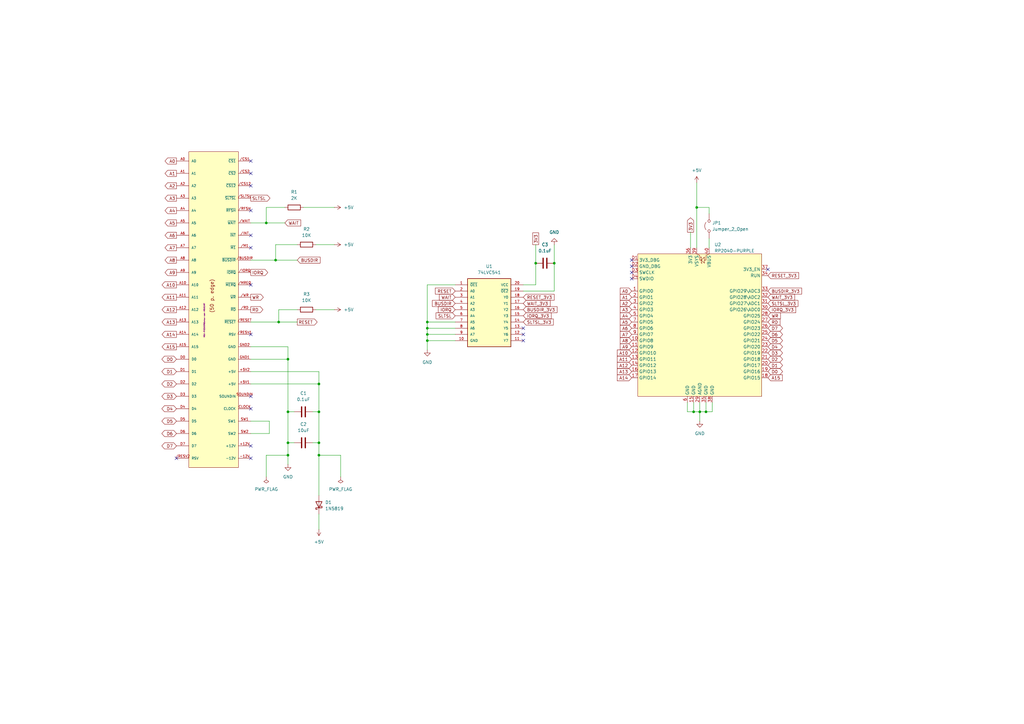
<source format=kicad_sch>
(kicad_sch (version 20231120) (generator "eeschema") (generator_version "8.0")
  (paper "A3")
  (title_block (title "MSX PicoVerse 2040") (date "2024-12-14") (rev "1.1") (company "The Retro Hacker") (comment 1 "Version connecting Pico GPIO pins directly to 5V") (comment 2 "Based on the ALIEXPRESS RP2040-PURPLE board") (comment 3 "The MSX experience driven by the RaspBerry Pico") (comment 4 "MSX PicoVerse 2040"))
  (lib_symbols
    (symbol "74LVC541AD_112:74LVC541AD_112" (pin_names (offset 1.016))
      (property "Reference" "IC" (at 24.13 7.62 0))
      (property "Value" "74LVC541AD_112" (at 24.13 5.08 0))
      (symbol "74LVC541AD_112_0_0"
        (rectangle (start 5.08 2.54) (end 22.86 -25.4) (stroke (width 0.254)) (fill (type background)))
        (pin bidirectional line (at 27.94 -22.86 180) (length 5.08) (name "Y7") (number "11"))
        (pin bidirectional line (at 27.94 -20.32 180) (length 5.08) (name "Y6") (number "12"))
        (pin bidirectional line (at 27.94 -17.78 180) (length 5.08) (name "Y5") (number "13"))
        (pin bidirectional line (at 27.94 -15.24 180) (length 5.08) (name "Y4") (number "14"))
        (pin bidirectional line (at 27.94 -12.7 180) (length 5.08) (name "Y3") (number "15"))
        (pin bidirectional line (at 27.94 -10.16 180) (length 5.08) (name "Y2") (number "16"))
        (pin bidirectional line (at 27.94 -7.62 180) (length 5.08) (name "Y1") (number "17"))
        (pin bidirectional line (at 27.94 -5.08 180) (length 5.08) (name "Y0") (number "18"))
        (pin bidirectional line (at 0 -2.54 0) (length 5.08) (name "A0") (number "2"))
        (pin bidirectional line (at 0 -5.08 0) (length 5.08) (name "A1") (number "3"))
        (pin bidirectional line (at 0 -7.62 0) (length 5.08) (name "A2") (number "4"))
        (pin bidirectional line (at 0 -10.16 0) (length 5.08) (name "A3") (number "5"))
        (pin bidirectional line (at 0 -12.7 0) (length 5.08) (name "A4") (number "6"))
        (pin bidirectional line (at 0 -15.24 0) (length 5.08) (name "A5") (number "7"))
        (pin bidirectional line (at 0 -17.78 0) (length 5.08) (name "A6") (number "8"))
        (pin bidirectional line (at 0 -20.32 0) (length 5.08) (name "A7") (number "9"))
      )
      (symbol "74LVC541AD_112_1_0"
        (pin passive line (at 0 0 0) (length 5.08) (name "~{OE1}") (number "1"))
        (pin power_in line (at 0 -22.86 0) (length 5.08) (name "GND") (number "10"))
        (pin passive line (at 27.94 -2.54 180) (length 5.08) (name "~{OE2}") (number "19"))
        (pin power_in line (at 27.94 0 180) (length 5.08) (name "VCC") (number "20"))
      )
    )
    (symbol "Device:C" (pin_numbers hide) (pin_names (offset 0.254))
      (property "Reference" "C" (at 0.635 2.54 0))
      (property "Value" "C" (at 0.635 -2.54 0))
      (symbol "C_0_1"
        (polyline (pts (xy -2.032 -0.762) (xy 2.032 -0.762)) (stroke (width 0.508)))
        (polyline (pts (xy -2.032 0.762) (xy 2.032 0.762)) (stroke (width 0.508)))
      )
      (symbol "C_1_1"
        (pin passive line (at 0 3.81 270) (length 2.794) (name "~") (number "1"))
        (pin passive line (at 0 -3.81 90) (length 2.794) (name "~") (number "2"))
      )
    )
    (symbol "Device:D_Schottky" (pin_numbers hide) (pin_names (offset 1.016) hide)
      (property "Reference" "D" (at 0 2.54 0))
      (property "Value" "D_Schottky" (at 0 -2.54 0))
      (symbol "D_Schottky_0_1"
        (polyline (pts (xy 1.27 0) (xy -1.27 0)))
        (polyline (pts (xy 1.27 1.27) (xy 1.27 -1.27) (xy -1.27 0) (xy 1.27 1.27)) (stroke (width 0.254)))
        (polyline (pts (xy -1.905 0.635) (xy -1.905 1.27) (xy -1.27 1.27) (xy -1.27 -1.27) (xy -0.635 -1.27) (xy -0.635 -0.635)) (stroke (width 0.254)))
      )
      (symbol "D_Schottky_1_1"
        (pin passive line (at -3.81 0 0) (length 2.54) (name "K") (number "1"))
        (pin passive line (at 3.81 0 180) (length 2.54) (name "A") (number "2"))
      )
    )
    (symbol "Device:R" (pin_numbers hide) (pin_names (offset 0))
      (property "Reference" "R" (at 2.032 0 90))
      (property "Value" "R" (at 0 0 90))
      (symbol "R_0_1"
        (rectangle (start -1.016 -2.54) (end 1.016 2.54) (stroke (width 0.254)))
      )
      (symbol "R_1_1"
        (pin passive line (at 0 3.81 270) (length 1.27) (name "~") (number "1"))
        (pin passive line (at 0 -3.81 90) (length 1.27) (name "~") (number "2"))
      )
    )
    (symbol "Jumper:Jumper_2_Open" (pin_numbers hide) (pin_names (offset 0) hide) (exclude_from_sim yes)
      (property "Reference" "JP" (at 0 2.794 0))
      (property "Value" "Jumper_2_Open" (at 0 -2.286 0))
      (symbol "Jumper_2_Open_0_0"
        (circle (center -2.032 0) (radius 0.508))
        (circle (center 2.032 0) (radius 0.508))
      )
      (symbol "Jumper_2_Open_0_1"
        (arc (start 1.524 1.27) (mid 0 1.778) (end -1.524 1.27))
      )
      (symbol "Jumper_2_Open_1_1"
        (pin passive line (at -5.08 0 0) (length 2.54) (name "A") (number "1"))
        (pin passive line (at 5.08 0 180) (length 2.54) (name "B") (number "2"))
      )
    )
    (symbol "RP2040-PURPLE:RP2040-PURPLE"
      (property "Reference" "U" (at 0 0 0))
      (symbol "RP2040-PURPLE_0_1"
        (polyline (pts (xy -1.27 27.94) (xy 0 27.305) (xy 0 25.4) (xy 0.635 25.4)))
        (polyline (pts (xy 0.635 25.4) (xy 1.905 26.67) (xy 1.905 24.13) (xy 0.635 25.4)))
        (polyline (pts (xy 3.81 27.94) (xy 2.54 27.305) (xy 2.54 25.4) (xy 1.905 25.4)))
        (polyline (pts (xy 0.381 26.416) (xy 0.381 26.67) (xy 0.635 26.67) (xy 0.635 24.13) (xy 0.889 24.13) (xy 0.889 24.384)))
      )
      (symbol "RP2040-PURPLE_1_1"
        (rectangle (start -25.4 27.94) (end 25.4 -30.48) (fill (type background)))
        (pin bidirectional line (at -27.94 12.7 0) (length 2.54) (name "GPIO0") (number "1"))
        (pin bidirectional line (at -27.94 -7.62 0) (length 2.54) (name "GPIO8") (number "10"))
        (pin bidirectional line (at -27.94 -10.16 0) (length 2.54) (name "GPIO9") (number "11"))
        (pin bidirectional line (at -27.94 -12.7 0) (length 2.54) (name "GPIO10") (number "12"))
        (pin bidirectional line (at -27.94 -15.24 0) (length 2.54) (name "GPIO11") (number "13"))
        (pin bidirectional line (at -27.94 -17.78 0) (length 2.54) (name "GPIO12") (number "14"))
        (pin power_in line (at -2.54 -33.02 90) (length 2.54) (name "GND") (number "15"))
        (pin bidirectional line (at -27.94 -20.32 0) (length 2.54) (name "GPIO13") (number "16"))
        (pin bidirectional line (at -27.94 -22.86 0) (length 2.54) (name "GPIO14") (number "17"))
        (pin bidirectional line (at 27.94 -22.86 180) (length 2.54) (name "GPIO15") (number "18"))
        (pin bidirectional line (at 27.94 -20.32 180) (length 2.54) (name "GPIO16") (number "19"))
        (pin bidirectional line (at -27.94 10.16 0) (length 2.54) (name "GPIO1") (number "2"))
        (pin bidirectional line (at 27.94 -17.78 180) (length 2.54) (name "GPIO17") (number "20"))
        (pin bidirectional line (at 27.94 -15.24 180) (length 2.54) (name "GPIO18") (number "21"))
        (pin bidirectional line (at 27.94 -12.7 180) (length 2.54) (name "GPIO19") (number "22"))
        (pin bidirectional line (at 27.94 -10.16 180) (length 2.54) (name "GPIO20") (number "23"))
        (pin bidirectional line (at 27.94 -7.62 180) (length 2.54) (name "GPIO21") (number "24"))
        (pin bidirectional line (at 27.94 -5.08 180) (length 2.54) (name "GPIO22") (number "25"))
        (pin bidirectional line (at 27.94 -2.54 180) (length 2.54) (name "GPIO23") (number "26"))
        (pin bidirectional line (at 27.94 0 180) (length 2.54) (name "GPIO24") (number "27"))
        (pin bidirectional line (at 27.94 2.54 180) (length 2.54) (name "GPIO25") (number "28"))
        (pin power_in line (at 0 -33.02 90) (length 2.54) (name "AGND") (number "29"))
        (pin bidirectional line (at -27.94 7.62 0) (length 2.54) (name "GPIO2") (number "3"))
        (pin bidirectional line (at 27.94 5.08 180) (length 2.54) (name "GPIO26\\ADC0") (number "30"))
        (pin bidirectional line (at 27.94 7.62 180) (length 2.54) (name "GPIO27\\ADC1") (number "31"))
        (pin bidirectional line (at 27.94 10.16 180) (length 2.54) (name "GPIO28\\ADC2") (number "32"))
        (pin bidirectional line (at 27.94 12.7 180) (length 2.54) (name "GPIO29\\ADC3") (number "33"))
        (pin input line (at 27.94 19.05 180) (length 2.54) (name "RUN") (number "34"))
        (pin power_in line (at 2.54 -33.02 90) (length 2.54) (name "GND") (number "35"))
        (pin power_out line (at -3.81 30.48 270) (length 2.54) (name "3V3") (number "36"))
        (pin input line (at 27.94 21.59 180) (length 2.54) (name "3V3_EN") (number "37"))
        (pin power_in line (at 5.08 -33.02 90) (length 2.54) (name "GND") (number "38"))
        (pin power_in line (at -1.27 30.48 270) (length 2.54) (name "VSYS") (number "39"))
        (pin bidirectional line (at -27.94 5.08 0) (length 2.54) (name "GPIO3") (number "4"))
        (pin power_out line (at 3.81 30.48 270) (length 2.54) (name "VBUS") (number "40"))
        (pin bidirectional line (at -27.94 2.54 0) (length 2.54) (name "GPIO4") (number "5"))
        (pin power_in line (at -5.08 -33.02 90) (length 2.54) (name "GND") (number "6"))
        (pin bidirectional line (at -27.94 0 0) (length 2.54) (name "GPIO5") (number "7"))
        (pin bidirectional line (at -27.94 -2.54 0) (length 2.54) (name "GPIO6") (number "8"))
        (pin bidirectional line (at -27.94 -5.08 0) (length 2.54) (name "GPIO7") (number "9"))
        (pin power_out line (at -27.94 25.4 0) (length 2.54) (name "3V3_DBG") (number "D1"))
        (pin power_in line (at -27.94 22.86 0) (length 2.54) (name "GND_DBG") (number "D2"))
        (pin input line (at -27.94 20.32 0) (length 2.54) (name "SWCLK") (number "D3"))
        (pin bidirectional line (at -27.94 17.78 0) (length 2.54) (name "SWDIO") (number "D4"))
      )
    )
    (symbol "msx-con:MSX_CON" (pin_names (offset 1.016))
      (symbol "MSX_CON_1_0"
        (rectangle (start -59.69 10.16) (end 69.85 -10.16) (fill (type background)))
        (text "(50 p. edge)" (at 10.7442 0.7112 0) (effects (font (size 1.4224 1.4224))))
      )
      (symbol "MSX_CON_1_1"
        (pin power_out line (at -50.8 -15.24 90) (length 5.08) (name "+12V") (number "+12V"))
        (pin power_in line (at -25.4 -15.24 90) (length 5.08) (name "+5V") (number "+5V1"))
        (pin power_in line (at -20.32 -15.24 90) (length 5.08) (name "+5V") (number "+5V2"))
        (pin power_out line (at -55.88 -15.24 90) (length 5.08) (name "-12V") (number "-12V"))
        (pin input line (at 25.4 -15.24 90) (length 5.08) (name "~{BUSDIR}") (number "/BUSDIR"))
        (pin output line (at 66.04 -15.24 90) (length 5.08) (name "~{CS1}") (number "/CS1"))
        (pin output line (at 55.88 -15.24 90) (length 5.08) (name "~{CS12}") (number "/CS12"))
        (pin output line (at 60.96 -15.24 90) (length 5.08) (name "~{CS2}") (number "/CS2"))
        (pin input line (at 35.56 -15.24 90) (length 5.08) (name "~{INT}") (number "/INT"))
        (pin output line (at 20.32 -15.24 90) (length 5.08) (name "~{IORQ}") (number "/IORQ"))
        (pin output line (at 30.48 -15.24 90) (length 5.08) (name "~{M1}") (number "/M1"))
        (pin output line (at 15.24 -15.24 90) (length 5.08) (name "~{MERQ}") (number "/MREQ"))
        (pin output line (at 5.08 -15.24 90) (length 5.08) (name "~{RD}") (number "/RD"))
        (pin output line (at 0 -15.24 90) (length 5.08) (name "~{RESET}") (number "/RESET"))
        (pin unspecified line (at -5.08 -15.24 90) (length 5.08) (name "RSV") (number "/RESV1"))
        (pin unspecified line (at -55.88 15.24 270) (length 5.08) (name "RSV") (number "/RESV2"))
        (pin output line (at 45.72 -15.24 90) (length 5.08) (name "~{RFSH}") (number "/RFSH"))
        (pin output line (at 50.8 -15.24 90) (length 5.08) (name "~{SLTSL}") (number "/SLTSL"))
        (pin input line (at 40.64 -15.24 90) (length 5.08) (name "~{WAIT}") (number "/WAIT"))
        (pin output line (at 10.16 -15.24 90) (length 5.08) (name "~{WR}") (number "/WR"))
        (pin output line (at 66.04 15.24 270) (length 5.08) (name "A0") (number "A0"))
        (pin output line (at 60.96 15.24 270) (length 5.08) (name "A1") (number "A1"))
        (pin output line (at 15.24 15.24 270) (length 5.08) (name "A10") (number "A10"))
        (pin output line (at 10.16 15.24 270) (length 5.08) (name "A11") (number "A11"))
        (pin output line (at 5.08 15.24 270) (length 5.08) (name "A12") (number "A12"))
        (pin output line (at 0 15.24 270) (length 5.08) (name "A13") (number "A13"))
        (pin output line (at -5.08 15.24 270) (length 5.08) (name "A14") (number "A14"))
        (pin output line (at -10.16 15.24 270) (length 5.08) (name "A15") (number "A15"))
        (pin output line (at 55.88 15.24 270) (length 5.08) (name "A2") (number "A2"))
        (pin output line (at 50.8 15.24 270) (length 5.08) (name "A3") (number "A3"))
        (pin output line (at 45.72 15.24 270) (length 5.08) (name "A4") (number "A4"))
        (pin output line (at 40.64 15.24 270) (length 5.08) (name "A5") (number "A5"))
        (pin output line (at 35.56 15.24 270) (length 5.08) (name "A6") (number "A6"))
        (pin output line (at 30.48 15.24 270) (length 5.08) (name "A7") (number "A7"))
        (pin output line (at 25.4 15.24 270) (length 5.08) (name "A8") (number "A8"))
        (pin output line (at 20.32 15.24 270) (length 5.08) (name "A9") (number "A9"))
        (pin output line (at -35.56 -15.24 90) (length 5.08) (name "CLOCK") (number "CLOCK"))
        (pin bidirectional line (at -15.24 15.24 270) (length 5.08) (name "D0") (number "D0"))
        (pin bidirectional line (at -20.32 15.24 270) (length 5.08) (name "D1") (number "D1"))
        (pin bidirectional line (at -25.4 15.24 270) (length 5.08) (name "D2") (number "D2"))
        (pin bidirectional line (at -30.48 15.24 270) (length 5.08) (name "D3") (number "D3"))
        (pin bidirectional line (at -35.56 15.24 270) (length 5.08) (name "D4") (number "D4"))
        (pin bidirectional line (at -40.64 15.24 270) (length 5.08) (name "D5") (number "D5"))
        (pin bidirectional line (at -45.72 15.24 270) (length 5.08) (name "D6") (number "D6"))
        (pin bidirectional line (at -50.8 15.24 270) (length 5.08) (name "D7") (number "D7"))
        (pin power_in line (at -15.24 -15.24 90) (length 5.08) (name "GND") (number "GND1"))
        (pin power_in line (at -10.16 -15.24 90) (length 5.08) (name "GND") (number "GND2"))
        (pin input line (at -30.48 -15.24 90) (length 5.08) (name "SOUNDIN") (number "SOUNDIN"))
        (pin passive line (at -40.64 -15.24 90) (length 5.08) (name "SW1") (number "SW1"))
        (pin passive line (at -45.72 -15.24 90) (length 5.08) (name "SW2") (number "SW2"))
      )
    )
    (symbol "power:+5V" (power) (pin_numbers hide) (pin_names (offset 0) hide)
      (property "Value" "+5V" (at 0 3.556 0))
      (symbol "+5V_0_1"
        (polyline (pts (xy -0.762 1.27) (xy 0 2.54)))
        (polyline (pts (xy 0 0) (xy 0 2.54)))
        (polyline (pts (xy 0 2.54) (xy 0.762 1.27)))
      )
      (symbol "+5V_1_1"
        (pin power_in line (at 0 0 90) (length 0) (name "~") (number "1"))
      )
    )
    (symbol "power:GND" (power) (pin_numbers hide) (pin_names (offset 0) hide)
      (property "Value" "GND" (at 0 -3.81 0))
      (symbol "GND_0_1"
        (polyline (pts (xy 0 0) (xy 0 -1.27) (xy 1.27 -1.27) (xy 0 -2.54) (xy -1.27 -1.27) (xy 0 -1.27)))
      )
      (symbol "GND_1_1"
        (pin power_in line (at 0 0 270) (length 0) (name "~") (number "1"))
      )
    )
    (symbol "power:PWR_FLAG" (power) (pin_numbers hide) (pin_names (offset 0) hide)
      (property "Value" "PWR_FLAG" (at 0 3.81 0))
      (symbol "PWR_FLAG_0_0"
        (pin power_out line (at 0 0 90) (length 0) (name "~") (number "1"))
      )
      (symbol "PWR_FLAG_0_1"
        (polyline (pts (xy 0 0) (xy 0 1.27) (xy -1.016 1.905) (xy 0 2.54) (xy 1.016 1.905) (xy 0 1.27)))
      )
    )
  )
  (junction (at 227.33 107.95))
  (junction (at 118.11 181.61))
  (junction (at 284.48 168.91))
  (junction (at 118.11 147.32))
  (junction (at 175.26 139.7))
  (junction (at 285.75 85.09))
  (junction (at 175.26 132.08))
  (junction (at 287.02 168.91))
  (junction (at 118.11 168.91))
  (junction (at 175.26 137.16))
  (junction (at 130.81 157.48))
  (junction (at 130.81 181.61))
  (junction (at 130.81 186.69))
  (junction (at 289.56 168.91))
  (junction (at 113.03 106.68))
  (junction (at 130.81 168.91))
  (junction (at 118.11 186.69))
  (junction (at 109.22 91.44))
  (junction (at 114.3 132.08))
  (junction (at 219.71 107.95))
  (junction (at 175.26 134.62))
  (no_connect (at 102.87 137.16))
  (no_connect (at 259.08 109.22))
  (no_connect (at 72.39 187.96))
  (no_connect (at 102.87 167.64))
  (no_connect (at 259.08 106.68))
  (no_connect (at 259.08 114.3))
  (no_connect (at 102.87 66.04))
  (no_connect (at 214.63 139.7))
  (no_connect (at 102.87 96.52))
  (no_connect (at 259.08 111.76))
  (no_connect (at 102.87 71.12))
  (no_connect (at 214.63 134.62))
  (no_connect (at 102.87 116.84))
  (no_connect (at 102.87 162.56))
  (no_connect (at 102.87 101.6))
  (no_connect (at 102.87 187.96))
  (no_connect (at 102.87 86.36))
  (no_connect (at 102.87 76.2))
  (no_connect (at 102.87 182.88))
  (no_connect (at 214.63 137.16))
  (no_connect (at 314.96 110.49))
  (wire (pts (xy 287.02 165.1) (xy 287.02 168.91)))
  (wire (pts (xy 130.81 181.61) (xy 130.81 186.69)))
  (wire (pts (xy 118.11 142.24) (xy 118.11 147.32)))
  (wire (pts (xy 102.87 152.4) (xy 130.81 152.4)))
  (wire (pts (xy 116.84 85.09) (xy 109.22 85.09)))
  (wire (pts (xy 175.26 137.16) (xy 186.69 137.16)))
  (wire (pts (xy 130.81 210.82) (xy 130.81 217.17)))
  (wire (pts (xy 292.1 165.1) (xy 292.1 168.91)))
  (wire (pts (xy 114.3 132.08) (xy 121.92 132.08)))
  (wire (pts (xy 175.26 116.84) (xy 186.69 116.84)))
  (wire (pts (xy 281.94 165.1) (xy 281.94 168.91)))
  (wire (pts (xy 113.03 106.68) (xy 121.92 106.68)))
  (wire (pts (xy 129.54 127) (xy 137.16 127)))
  (wire (pts (xy 121.92 127) (xy 114.3 127)))
  (wire (pts (xy 121.92 100.33) (xy 113.03 100.33)))
  (wire (pts (xy 219.71 116.84) (xy 219.71 107.95)))
  (wire (pts (xy 102.87 142.24) (xy 118.11 142.24)))
  (wire (pts (xy 214.63 116.84) (xy 219.71 116.84)))
  (wire (pts (xy 118.11 147.32) (xy 118.11 168.91)))
  (wire (pts (xy 139.7 186.69) (xy 130.81 186.69)))
  (wire (pts (xy 110.49 177.8) (xy 102.87 177.8)))
  (wire (pts (xy 175.26 132.08) (xy 186.69 132.08)))
  (wire (pts (xy 102.87 147.32) (xy 118.11 147.32)))
  (wire (pts (xy 290.83 85.09) (xy 285.75 85.09)))
  (wire (pts (xy 130.81 168.91) (xy 130.81 181.61)))
  (wire (pts (xy 175.26 132.08) (xy 175.26 134.62)))
  (wire (pts (xy 102.87 172.72) (xy 110.49 172.72)))
  (wire (pts (xy 292.1 168.91) (xy 289.56 168.91)))
  (wire (pts (xy 175.26 139.7) (xy 186.69 139.7)))
  (wire (pts (xy 214.63 119.38) (xy 227.33 119.38)))
  (wire (pts (xy 118.11 168.91) (xy 118.11 181.61)))
  (wire (pts (xy 284.48 168.91) (xy 287.02 168.91)))
  (wire (pts (xy 130.81 186.69) (xy 130.81 203.2)))
  (wire (pts (xy 128.27 181.61) (xy 130.81 181.61)))
  (wire (pts (xy 290.83 97.79) (xy 290.83 101.6)))
  (wire (pts (xy 113.03 100.33) (xy 113.03 106.68)))
  (wire (pts (xy 175.26 143.51) (xy 175.26 139.7)))
  (wire (pts (xy 124.46 85.09) (xy 137.16 85.09)))
  (wire (pts (xy 130.81 157.48) (xy 130.81 168.91)))
  (wire (pts (xy 109.22 85.09) (xy 109.22 91.44)))
  (wire (pts (xy 102.87 91.44) (xy 109.22 91.44)))
  (wire (pts (xy 129.54 100.33) (xy 137.16 100.33)))
  (wire (pts (xy 114.3 127) (xy 114.3 132.08)))
  (wire (pts (xy 102.87 132.08) (xy 114.3 132.08)))
  (wire (pts (xy 109.22 91.44) (xy 116.84 91.44)))
  (wire (pts (xy 285.75 85.09) (xy 285.75 101.6)))
  (wire (pts (xy 290.83 87.63) (xy 290.83 85.09)))
  (wire (pts (xy 109.22 186.69) (xy 118.11 186.69)))
  (wire (pts (xy 118.11 186.69) (xy 118.11 190.5)))
  (wire (pts (xy 284.48 165.1) (xy 284.48 168.91)))
  (wire (pts (xy 130.81 152.4) (xy 130.81 157.48)))
  (wire (pts (xy 139.7 195.58) (xy 139.7 186.69)))
  (wire (pts (xy 102.87 157.48) (xy 130.81 157.48)))
  (wire (pts (xy 283.21 95.25) (xy 283.21 101.6)))
  (wire (pts (xy 118.11 168.91) (xy 120.65 168.91)))
  (wire (pts (xy 287.02 168.91) (xy 287.02 172.72)))
  (wire (pts (xy 175.26 137.16) (xy 175.26 139.7)))
  (wire (pts (xy 285.75 74.93) (xy 285.75 85.09)))
  (wire (pts (xy 109.22 195.58) (xy 109.22 186.69)))
  (wire (pts (xy 175.26 134.62) (xy 186.69 134.62)))
  (wire (pts (xy 227.33 119.38) (xy 227.33 107.95)))
  (wire (pts (xy 289.56 165.1) (xy 289.56 168.91)))
  (wire (pts (xy 227.33 107.95) (xy 227.33 100.33)))
  (wire (pts (xy 110.49 172.72) (xy 110.49 177.8)))
  (wire (pts (xy 289.56 168.91) (xy 287.02 168.91)))
  (wire (pts (xy 281.94 168.91) (xy 284.48 168.91)))
  (wire (pts (xy 118.11 181.61) (xy 120.65 181.61)))
  (wire (pts (xy 118.11 181.61) (xy 118.11 186.69)))
  (wire (pts (xy 175.26 134.62) (xy 175.26 137.16)))
  (wire (pts (xy 102.87 106.68) (xy 113.03 106.68)))
  (wire (pts (xy 219.71 107.95) (xy 219.71 100.33)))
  (wire (pts (xy 128.27 168.91) (xy 130.81 168.91)))
  (wire (pts (xy 175.26 116.84) (xy 175.26 132.08)))
  (global_label "A1" (shape output) (at 72.39 71.12 180) (property "Intersheetrefs" "${INTERSHEET_REFS}" (effects (hide yes))))
  (global_label "D2" (shape bidirectional) (at 72.39 157.48 180) (property "Intersheetrefs" "${INTERSHEET_REFS}" (effects (hide yes))))
  (global_label "D3" (shape bidirectional) (at 72.39 162.56 180) (property "Intersheetrefs" "${INTERSHEET_REFS}" (effects (hide yes))))
  (global_label "A8" (shape input) (at 259.08 139.7 180) (property "Intersheetrefs" "${INTERSHEET_REFS}" (effects (hide yes))))
  (global_label "WAIT" (shape input) (at 116.84 91.44 0) (property "Intersheetrefs" "${INTERSHEET_REFS}" (effects (hide yes))))
  (global_label "A4" (shape input) (at 259.08 129.54 180) (property "Intersheetrefs" "${INTERSHEET_REFS}" (effects (hide yes))))
  (global_label "D2" (shape bidirectional) (at 314.96 147.32 0) (property "Intersheetrefs" "${INTERSHEET_REFS}" (effects (hide yes))))
  (global_label "RESET" (shape input) (at 186.69 119.38 180) (property "Intersheetrefs" "${INTERSHEET_REFS}" (effects (hide yes))))
  (global_label "A15" (shape output) (at 72.39 142.24 180) (property "Intersheetrefs" "${INTERSHEET_REFS}" (effects (hide yes))))
  (global_label "A3" (shape input) (at 259.08 127 180) (property "Intersheetrefs" "${INTERSHEET_REFS}" (effects (hide yes))))
  (global_label "D1" (shape bidirectional) (at 314.96 149.86 0) (property "Intersheetrefs" "${INTERSHEET_REFS}" (effects (hide yes))))
  (global_label "A5" (shape input) (at 259.08 132.08 180) (property "Intersheetrefs" "${INTERSHEET_REFS}" (effects (hide yes))))
  (global_label "A6" (shape output) (at 72.39 96.52 180) (property "Intersheetrefs" "${INTERSHEET_REFS}" (effects (hide yes))))
  (global_label "RD" (shape input) (at 314.96 132.08 0) (property "Intersheetrefs" "${INTERSHEET_REFS}" (effects (hide yes))))
  (global_label "D6" (shape bidirectional) (at 314.96 137.16 0) (property "Intersheetrefs" "${INTERSHEET_REFS}" (effects (hide yes))))
  (global_label "A7" (shape output) (at 72.39 101.6 180) (property "Intersheetrefs" "${INTERSHEET_REFS}" (effects (hide yes))))
  (global_label "A12" (shape input) (at 259.08 149.86 180) (property "Intersheetrefs" "${INTERSHEET_REFS}" (effects (hide yes))))
  (global_label "A13" (shape output) (at 72.39 132.08 180) (property "Intersheetrefs" "${INTERSHEET_REFS}" (effects (hide yes))))
  (global_label "A0" (shape input) (at 259.08 119.38 180) (property "Intersheetrefs" "${INTERSHEET_REFS}" (effects (hide yes))))
  (global_label "WAIT" (shape input) (at 186.69 121.92 180) (property "Intersheetrefs" "${INTERSHEET_REFS}" (effects (hide yes))))
  (global_label "A1" (shape input) (at 259.08 121.92 180) (property "Intersheetrefs" "${INTERSHEET_REFS}" (effects (hide yes))))
  (global_label "RESET" (shape output) (at 121.92 132.08 0) (property "Intersheetrefs" "${INTERSHEET_REFS}" (effects (hide yes))))
  (global_label "IORQ" (shape input) (at 186.69 127 180) (property "Intersheetrefs" "${INTERSHEET_REFS}" (effects (hide yes))))
  (global_label "BUSDIR" (shape input) (at 186.69 124.46 180) (property "Intersheetrefs" "${INTERSHEET_REFS}" (effects (hide yes))))
  (global_label "BUSDIR_3V3" (shape input) (at 214.63 127 0) (property "Intersheetrefs" "${INTERSHEET_REFS}" (effects (hide yes))))
  (global_label "A5" (shape output) (at 72.39 91.44 180) (property "Intersheetrefs" "${INTERSHEET_REFS}" (effects (hide yes))))
  (global_label "WR" (shape output) (at 102.87 121.92 0) (property "Intersheetrefs" "${INTERSHEET_REFS}" (effects (hide yes))))
  (global_label "SLTSL" (shape output) (at 102.87 81.28 0) (property "Intersheetrefs" "${INTERSHEET_REFS}" (effects (hide yes))))
  (global_label "SLTSL" (shape input) (at 186.69 129.54 180) (property "Intersheetrefs" "${INTERSHEET_REFS}" (effects (hide yes))))
  (global_label "A3" (shape output) (at 72.39 81.28 180) (property "Intersheetrefs" "${INTERSHEET_REFS}" (effects (hide yes))))
  (global_label "BUSDIR" (shape input) (at 121.92 106.68 0) (property "Intersheetrefs" "${INTERSHEET_REFS}" (effects (hide yes))))
  (global_label "WAIT_3V3" (shape input) (at 214.63 124.46 0) (property "Intersheetrefs" "${INTERSHEET_REFS}" (effects (hide yes))))
  (global_label "D0" (shape bidirectional) (at 72.39 147.32 180) (property "Intersheetrefs" "${INTERSHEET_REFS}" (effects (hide yes))))
  (global_label "A2" (shape input) (at 259.08 124.46 180) (property "Intersheetrefs" "${INTERSHEET_REFS}" (effects (hide yes))))
  (global_label "IORQ" (shape output) (at 102.87 111.76 0) (property "Intersheetrefs" "${INTERSHEET_REFS}" (effects (hide yes))))
  (global_label "A11" (shape input) (at 259.08 147.32 180) (property "Intersheetrefs" "${INTERSHEET_REFS}" (effects (hide yes))))
  (global_label "A14" (shape input) (at 259.08 154.94 180) (property "Intersheetrefs" "${INTERSHEET_REFS}" (effects (hide yes))))
  (global_label "BUSDIR_3V3" (shape input) (at 314.96 119.38 0) (property "Intersheetrefs" "${INTERSHEET_REFS}" (effects (hide yes))))
  (global_label "WAIT_3V3" (shape input) (at 314.96 121.92 0) (property "Intersheetrefs" "${INTERSHEET_REFS}" (effects (hide yes))))
  (global_label "A0" (shape output) (at 72.39 66.04 180) (property "Intersheetrefs" "${INTERSHEET_REFS}" (effects (hide yes))))
  (global_label "A8" (shape output) (at 72.39 106.68 180) (property "Intersheetrefs" "${INTERSHEET_REFS}" (effects (hide yes))))
  (global_label "SLTSL_3V3" (shape input) (at 214.63 132.08 0) (property "Intersheetrefs" "${INTERSHEET_REFS}" (effects (hide yes))))
  (global_label "IORQ_3V3" (shape input) (at 214.63 129.54 0) (property "Intersheetrefs" "${INTERSHEET_REFS}" (effects (hide yes))))
  (global_label "D3" (shape bidirectional) (at 314.96 144.78 0) (property "Intersheetrefs" "${INTERSHEET_REFS}" (effects (hide yes))))
  (global_label "RESET_3V3" (shape input) (at 214.63 121.92 0) (property "Intersheetrefs" "${INTERSHEET_REFS}" (effects (hide yes))))
  (global_label "D4" (shape bidirectional) (at 314.96 142.24 0) (property "Intersheetrefs" "${INTERSHEET_REFS}" (effects (hide yes))))
  (global_label "3V3" (shape passive) (at 219.71 100.33 90) (property "Intersheetrefs" "${INTERSHEET_REFS}" (effects (hide yes))))
  (global_label "WR" (shape input) (at 314.96 129.54 0) (property "Intersheetrefs" "${INTERSHEET_REFS}" (effects (hide yes))))
  (global_label "A6" (shape input) (at 259.08 134.62 180) (property "Intersheetrefs" "${INTERSHEET_REFS}" (effects (hide yes))))
  (global_label "RD" (shape output) (at 102.87 127 0) (property "Intersheetrefs" "${INTERSHEET_REFS}" (effects (hide yes))))
  (global_label "D4" (shape bidirectional) (at 72.39 167.64 180) (property "Intersheetrefs" "${INTERSHEET_REFS}" (effects (hide yes))))
  (global_label "RESET_3V3" (shape input) (at 314.96 113.03 0) (property "Intersheetrefs" "${INTERSHEET_REFS}" (effects (hide yes))))
  (global_label "3V3" (shape output) (at 283.21 95.25 90) (property "Intersheetrefs" "${INTERSHEET_REFS}" (effects (hide yes))))
  (global_label "A11" (shape output) (at 72.39 121.92 180) (property "Intersheetrefs" "${INTERSHEET_REFS}" (effects (hide yes))))
  (global_label "A4" (shape output) (at 72.39 86.36 180) (property "Intersheetrefs" "${INTERSHEET_REFS}" (effects (hide yes))))
  (global_label "A10" (shape input) (at 259.08 144.78 180) (property "Intersheetrefs" "${INTERSHEET_REFS}" (effects (hide yes))))
  (global_label "A12" (shape output) (at 72.39 127 180) (property "Intersheetrefs" "${INTERSHEET_REFS}" (effects (hide yes))))
  (global_label "A15" (shape input) (at 314.96 154.94 0) (property "Intersheetrefs" "${INTERSHEET_REFS}" (effects (hide yes))))
  (global_label "D1" (shape bidirectional) (at 72.39 152.4 180) (property "Intersheetrefs" "${INTERSHEET_REFS}" (effects (hide yes))))
  (global_label "A7" (shape input) (at 259.08 137.16 180) (property "Intersheetrefs" "${INTERSHEET_REFS}" (effects (hide yes))))
  (global_label "D5" (shape bidirectional) (at 314.96 139.7 0) (property "Intersheetrefs" "${INTERSHEET_REFS}" (effects (hide yes))))
  (global_label "D0" (shape bidirectional) (at 314.96 152.4 0) (property "Intersheetrefs" "${INTERSHEET_REFS}" (effects (hide yes))))
  (global_label "A2" (shape output) (at 72.39 76.2 180) (property "Intersheetrefs" "${INTERSHEET_REFS}" (effects (hide yes))))
  (global_label "SLTSL_3V3" (shape input) (at 314.96 124.46 0) (property "Intersheetrefs" "${INTERSHEET_REFS}" (effects (hide yes))))
  (global_label "A10" (shape output) (at 72.39 116.84 180) (property "Intersheetrefs" "${INTERSHEET_REFS}" (effects (hide yes))))
  (global_label "D7" (shape bidirectional) (at 314.96 134.62 0) (property "Intersheetrefs" "${INTERSHEET_REFS}" (effects (hide yes))))
  (global_label "A14" (shape output) (at 72.39 137.16 180) (property "Intersheetrefs" "${INTERSHEET_REFS}" (effects (hide yes))))
  (global_label "A9" (shape output) (at 72.39 111.76 180) (property "Intersheetrefs" "${INTERSHEET_REFS}" (effects (hide yes))))
  (global_label "A13" (shape input) (at 259.08 152.4 180) (property "Intersheetrefs" "${INTERSHEET_REFS}" (effects (hide yes))))
  (global_label "D6" (shape bidirectional) (at 72.39 177.8 180) (property "Intersheetrefs" "${INTERSHEET_REFS}" (effects (hide yes))))
  (global_label "D7" (shape bidirectional) (at 72.39 182.88 180) (property "Intersheetrefs" "${INTERSHEET_REFS}" (effects (hide yes))))
  (global_label "A9" (shape input) (at 259.08 142.24 180) (property "Intersheetrefs" "${INTERSHEET_REFS}" (effects (hide yes))))
  (global_label "D5" (shape bidirectional) (at 72.39 172.72 180) (property "Intersheetrefs" "${INTERSHEET_REFS}" (effects (hide yes))))
  (global_label "IORQ_3V3" (shape input) (at 314.96 127 0) (property "Intersheetrefs" "${INTERSHEET_REFS}" (effects (hide yes))))
  (symbol (lib_id "power:GND") (at 175.26 143.51 0) (unit 1)
    (property "Reference" "#PWR06" (effects (hide yes)))
    (property "Value" "GND" (at 175.26 148.59 0))
    (property "Description" "Power symbol creates a global label with name \"GND\" , ground" (effects (hide yes)))
  )
  (symbol (lib_id "power:PWR_FLAG") (at 109.22 195.58 180) (unit 1)
    (property "Reference" "#FLG01" (effects (hide yes)))
    (property "Value" "PWR_FLAG" (at 109.22 200.66 0))
    (property "Description" "Special symbol for telling ERC where power comes from" (effects (hide yes)))
  )
  (symbol (lib_id "Device:D_Schottky") (at 130.81 207.01 90) (unit 1)
    (property "Reference" "D1" (at 133.35 206.0574 90) (effects (justify right)))
    (property "Value" "1N5819" (at 133.35 208.5974 90) (effects (justify right)))
    (property "Footprint" "Diode_SMD:D_SOD-123" (effects (hide yes)))
    (property "Description" "Schottky diode" (effects (hide yes)))
  )
  (symbol (lib_id "power:+5V") (at 137.16 100.33 270) (unit 1)
    (property "Reference" "#PWR04" (effects (hide yes)))
    (property "Value" "+5V" (at 140.97 100.3299 90) (effects (justify left)))
    (property "Description" "Power symbol creates a global label with name \"+5V\"" (effects (hide yes)))
  )
  (symbol (lib_id "power:PWR_FLAG") (at 139.7 195.58 180) (unit 1)
    (property "Reference" "#FLG02" (effects (hide yes)))
    (property "Value" "PWR_FLAG" (at 139.7 200.66 0))
    (property "Description" "Special symbol for telling ERC where power comes from" (effects (hide yes)))
  )
  (symbol (lib_id "power:GND") (at 287.02 172.72 0) (unit 1)
    (property "Reference" "#PWR09" (effects (hide yes)))
    (property "Value" "GND" (at 287.02 177.8 0))
    (property "Description" "Power symbol creates a global label with name \"GND\" , ground" (effects (hide yes)))
  )
  (symbol (lib_id "power:GND") (at 227.33 100.33 180) (unit 1)
    (property "Reference" "#PWR07" (effects (hide yes)))
    (property "Value" "GND" (at 227.33 95.25 0))
    (property "Description" "Power symbol creates a global label with name \"GND\" , ground" (effects (hide yes)))
  )
  (symbol (lib_id "msx-con:MSX_CON") (at 87.63 132.08 90) (unit 1)
    (property "Reference" "EDG1" (effects (hide yes)))
    (property "Value" "MSX_CON" (effects (hide yes)))
    (property "Footprint" "MSX-PICOVERSE:msx-con-MSXCART" (at 83.82 131.318 0) (effects (font (size 0.508 0.508))))
  )
  (symbol (lib_id "power:+5V") (at 130.81 217.17 180) (unit 1)
    (property "Reference" "#PWR02" (effects (hide yes)))
    (property "Value" "+5V" (at 130.81 222.25 0))
    (property "Description" "Power symbol creates a global label with name \"+5V\"" (effects (hide yes)))
  )
  (symbol (lib_id "RP2040-PURPLE:RP2040-PURPLE") (at 287.02 132.08 0) (unit 1)
    (property "Reference" "U2" (at 293.0241 100.33 0) (effects (justify left)))
    (property "Value" "RP2040-PURPLE" (at 293.0241 102.87 0) (effects (justify left)))
    (property "Footprint" "MSX-PICOVERSE:RP2040-PURPLE" (effects (hide yes)))
  )
  (symbol (lib_id "power:+5V") (at 137.16 127 270) (unit 1)
    (property "Reference" "#PWR05" (effects (hide yes)))
    (property "Value" "+5V" (at 140.97 126.9999 90) (effects (justify left)))
    (property "Description" "Power symbol creates a global label with name \"+5V\"" (effects (hide yes)))
  )
  (symbol (lib_id "power:GND") (at 118.11 190.5 0) (unit 1)
    (property "Reference" "#PWR01" (effects (hide yes)))
    (property "Value" "GND" (at 118.11 195.58 0))
    (property "Description" "Power symbol creates a global label with name \"GND\" , ground" (effects (hide yes)))
  )
  (symbol (lib_id "Device:R") (at 120.65 85.09 90) (unit 1)
    (property "Reference" "R1" (at 120.65 78.74 90))
    (property "Value" "2K" (at 120.65 81.28 90))
    (property "Footprint" "Resistor_SMD:R_0603_1608Metric_Pad0.98x0.95mm_HandSolder" (effects (hide yes)))
    (property "Description" "Resistor" (effects (hide yes)))
  )
  (symbol (lib_id "Device:C") (at 124.46 181.61 90) (unit 1)
    (property "Reference" "C2" (at 124.46 173.99 90))
    (property "Value" "10uF" (at 124.46 176.53 90))
    (property "Footprint" "Capacitor_SMD:C_0603_1608Metric_Pad1.08x0.95mm_HandSolder" (effects (hide yes)))
    (property "Description" "Unpolarized capacitor" (effects (hide yes)))
  )
  (symbol (lib_id "74LVC541AD_112:74LVC541AD_112") (at 186.69 116.84 0) (unit 1)
    (property "Reference" "U1" (at 200.66 109.22 0))
    (property "Value" "74LVC541" (at 200.66 111.76 0))
    (property "Footprint" "MSX-PICOVERSE:SOIC127P1032X265-20N" (effects (hide yes)))
    (property "Description" "74LVC541A - Octal buffer/line driver with 5 V tolerant inputs/outputs; 3-state@en-us" (effects (hide yes)))
    (property "MANUFACTURER_NAME" "Nexperia" (effects (hide yes)))
    (property "MF" "Nexperia" (effects (hide yes)))
    (property "MOUSER_PRICE-STOCK" "https://www.mouser.co.uk/ProductDetail/Nexperia/74LVC541AD112?qs=me8TqzrmIYVWbZnq1y5wRg%3D%3D" (effects (hide yes)))
    (property "DESCRIPTION" "74LVC541A - Octal buffer/line driver with 5 V tolerant inputs/outputs; 3-state@en-us" (effects (hide yes)))
    (property "MOUSER_PART_NUMBER" "771-LVC541AD112" (effects (hide yes)))
    (property "Price" "None" (effects (hide yes)))
    (property "Package" "SO20-20 Nexperia USA Inc." (effects (hide yes)))
    (property "Check_prices" "https://www.snapeda.com/parts/74LVC541AD,112/Nexperia/view-part/?ref=eda" (effects (hide yes)))
    (property "HEIGHT" "2.65mm" (effects (hide yes)))
    (property "MP" "74LVC541AD,112" (effects (hide yes)))
    (property "SnapEDA_Link" "https://www.snapeda.com/parts/74LVC541AD,112/Nexperia/view-part/?ref=snap" (effects (hide yes)))
    (property "ARROW_PRICE-STOCK" "https://www.arrow.com/en/products/74lvc541ad112/nexperia" (effects (hide yes)))
    (property "ARROW_PART_NUMBER" "74LVC541AD,112" (effects (hide yes)))
    (property "Description_1" "\n                        \n                            74LVC541A - Octal buffer/line driver with 5 V tolerant inputs/outputs; 3-state\n                        \n" (effects (hide yes)))
    (property "Availability" "In Stock" (effects (hide yes)))
    (property "MANUFACTURER_PART_NUMBER" "74LVC541AD,112" (effects (hide yes)))
  )
  (symbol (lib_id "power:+5V") (at 285.75 74.93 0) (unit 1)
    (property "Reference" "#PWR08" (effects (hide yes)))
    (property "Value" "+5V" (at 285.75 69.85 0))
    (property "Description" "Power symbol creates a global label with name \"+5V\"" (effects (hide yes)))
  )
  (symbol (lib_id "Device:R") (at 125.73 127 90) (unit 1)
    (property "Reference" "R3" (at 125.73 120.65 90))
    (property "Value" "10K" (at 125.73 123.19 90))
    (property "Footprint" "Resistor_SMD:R_0603_1608Metric_Pad0.98x0.95mm_HandSolder" (effects (hide yes)))
    (property "Description" "Resistor" (effects (hide yes)))
  )
  (symbol (lib_id "Device:R") (at 125.73 100.33 90) (unit 1)
    (property "Reference" "R2" (at 125.73 93.98 90))
    (property "Value" "10K" (at 125.73 96.52 90))
    (property "Footprint" "Resistor_SMD:R_0603_1608Metric_Pad0.98x0.95mm_HandSolder" (effects (hide yes)))
    (property "Description" "Resistor" (effects (hide yes)))
  )
  (symbol (lib_id "power:+5V") (at 137.16 85.09 270) (unit 1)
    (property "Reference" "#PWR03" (effects (hide yes)))
    (property "Value" "+5V" (at 140.97 85.0899 90) (effects (justify left)))
    (property "Description" "Power symbol creates a global label with name \"+5V\"" (effects (hide yes)))
  )
  (symbol (lib_id "Device:C") (at 124.46 168.91 90) (unit 1)
    (property "Reference" "C1" (at 124.46 161.29 90))
    (property "Value" "0.1uF" (at 124.46 163.83 90))
    (property "Footprint" "Capacitor_SMD:C_0603_1608Metric_Pad1.08x0.95mm_HandSolder" (effects (hide yes)))
    (property "Description" "Unpolarized capacitor" (effects (hide yes)))
  )
  (symbol (lib_id "Jumper:Jumper_2_Open") (at 290.83 92.71 90) (unit 1) (exclude_from_sim yes)
    (property "Reference" "JP1" (at 292.1 91.4399 90) (effects (justify right)))
    (property "Value" "Jumper_2_Open" (at 292.1 93.9799 90) (effects (justify right)))
    (property "Footprint" "Jumper:SolderJumper-2_P1.3mm_Open_RoundedPad1.0x1.5mm" (effects (hide yes)))
    (property "Description" "Jumper, 2-pole, open" (effects (hide yes)))
  )
  (symbol (lib_id "Device:C") (at 223.52 107.95 90) (unit 1)
    (property "Reference" "C3" (at 223.52 100.33 90))
    (property "Value" "0.1uF" (at 223.52 102.87 90))
    (property "Footprint" "Capacitor_SMD:C_0603_1608Metric_Pad1.08x0.95mm_HandSolder" (effects (hide yes)))
    (property "Description" "Unpolarized capacitor" (effects (hide yes)))
  )
)
</source>
